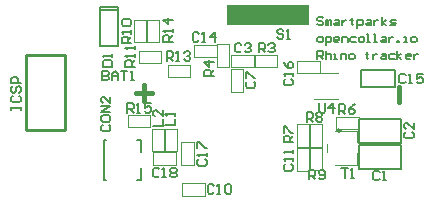
<source format=gto>
G04*
G04 #@! TF.GenerationSoftware,Altium Limited,Altium Designer,19.1.5 (86)*
G04*
G04 Layer_Color=65535*
%FSAX25Y25*%
%MOIN*%
G70*
G01*
G75*
%ADD10C,0.00984*%
%ADD11C,0.00394*%
%ADD12C,0.00787*%
%ADD13C,0.01000*%
%ADD14C,0.01575*%
%ADD15C,0.00591*%
%ADD16R,0.27559X0.07087*%
D10*
X0190760Y0141024D02*
G03*
X0190760Y0141024I-0000492J0000000D01*
G01*
D11*
X0128177Y0133721D02*
X0135854D01*
Y0129587D02*
Y0133721D01*
X0128177Y0129587D02*
X0135854D01*
X0128177D02*
Y0133721D01*
X0137626Y0129705D02*
Y0137382D01*
X0141760D01*
Y0129705D02*
Y0137382D01*
X0137626Y0129705D02*
X0141760D01*
X0132213Y0141614D02*
X0136150D01*
X0132213Y0134134D02*
Y0141614D01*
Y0134134D02*
X0136150D01*
Y0141614D01*
X0127882D02*
X0131819D01*
X0127882Y0134134D02*
Y0141614D01*
Y0134134D02*
X0131819D01*
Y0141614D01*
X0119850Y0142165D02*
Y0146102D01*
Y0142165D02*
X0127331D01*
Y0146102D01*
X0119850D02*
X0127331D01*
X0140677Y0159016D02*
Y0162953D01*
X0133197D02*
X0140677D01*
X0133197Y0159016D02*
Y0162953D01*
Y0159016D02*
X0140677D01*
X0131032Y0163543D02*
Y0167480D01*
X0123551D02*
X0131032D01*
X0123551Y0163543D02*
Y0167480D01*
Y0163543D02*
X0131032D01*
X0126268Y0170551D02*
X0130205D01*
Y0178032D01*
X0126268D02*
X0130205D01*
X0126268Y0170551D02*
Y0178032D01*
X0121976Y0170551D02*
X0125913D01*
Y0178032D01*
X0121976D02*
X0125913D01*
X0121976Y0170551D02*
Y0178032D01*
X0137862Y0123484D02*
X0145539D01*
Y0119350D02*
Y0123484D01*
X0137862Y0119350D02*
X0145539D01*
X0137862D02*
Y0123484D01*
X0180717Y0135236D02*
X0184653D01*
X0180717Y0127756D02*
Y0135236D01*
Y0127756D02*
X0184653D01*
Y0135236D01*
X0162252Y0162284D02*
X0169732D01*
X0162252D02*
Y0166220D01*
X0169732D01*
Y0162284D02*
Y0166220D01*
X0182016Y0160059D02*
X0189890D01*
X0182016Y0151575D02*
X0189890Y0151594D01*
X0183768Y0160098D02*
Y0164232D01*
X0176091D02*
X0183768D01*
X0176091Y0160098D02*
Y0164232D01*
Y0160098D02*
X0183768D01*
X0189299Y0145512D02*
X0196780D01*
Y0141575D02*
Y0145512D01*
X0189299Y0141575D02*
X0196780D01*
X0189299D02*
Y0145512D01*
X0188807Y0129528D02*
X0196095D01*
X0188807Y0141024D02*
X0196095D01*
X0186346Y0133996D02*
Y0136555D01*
X0196095Y0137087D02*
Y0141024D01*
Y0129528D02*
Y0133465D01*
X0176386Y0135630D02*
Y0143110D01*
X0180323D01*
Y0135630D02*
Y0143110D01*
X0176386Y0135630D02*
X0180323D01*
X0180717Y0135669D02*
Y0143150D01*
X0184653D01*
Y0135669D02*
Y0143150D01*
X0180717Y0135669D02*
X0184653D01*
X0176209Y0135177D02*
X0180342D01*
X0176209Y0127500D02*
Y0135177D01*
Y0127500D02*
X0180342D01*
Y0135177D01*
X0154161Y0161713D02*
X0158295D01*
X0154161Y0154035D02*
Y0161713D01*
Y0154035D02*
X0158295D01*
Y0161713D01*
X0141996Y0165532D02*
Y0169665D01*
Y0165532D02*
X0149673D01*
Y0169665D01*
X0141996D02*
X0149673D01*
X0149732Y0162362D02*
Y0169843D01*
X0153669D01*
Y0162362D02*
Y0169843D01*
X0149732Y0162362D02*
X0153669D01*
X0161839Y0162067D02*
Y0166201D01*
X0154161D02*
X0161839D01*
X0154161Y0162067D02*
Y0166201D01*
Y0162067D02*
X0161839D01*
D12*
X0111929Y0124567D02*
X0112716D01*
X0111929D02*
Y0137953D01*
X0112716D01*
X0124134Y0124567D02*
Y0128504D01*
X0122953Y0124567D02*
X0124134D01*
X0122953Y0137953D02*
X0124134Y0137953D01*
Y0134016D02*
Y0137953D01*
X0197447Y0155557D02*
Y0161057D01*
Y0155557D02*
X0208947D01*
Y0161057D01*
X0197447D02*
X0208947D01*
X0210866Y0136906D02*
Y0144905D01*
X0196866Y0136906D02*
X0210866D01*
X0196866D02*
Y0144905D01*
X0210866D01*
Y0128205D02*
Y0136205D01*
X0196866Y0128205D02*
X0210866D01*
X0196866D02*
Y0136205D01*
X0210866D01*
X0110512Y0182354D02*
X0116512D01*
X0110512Y0181354D02*
X0116512D01*
Y0169354D02*
Y0182354D01*
X0110512Y0169354D02*
X0116512D01*
X0110512D02*
Y0182354D01*
D13*
X0085890Y0166083D02*
X0098890D01*
Y0141083D02*
Y0166083D01*
X0085890Y0141083D02*
X0098890D01*
X0085890D02*
Y0166083D01*
D14*
X0210361Y0155669D02*
Y0150422D01*
X0125191Y0156063D02*
Y0150815D01*
X0127815Y0153439D02*
X0122567D01*
D15*
X0184895Y0178402D02*
X0184436Y0178861D01*
X0183517D01*
X0183058Y0178402D01*
Y0177943D01*
X0183517Y0177484D01*
X0184436D01*
X0184895Y0177024D01*
Y0176565D01*
X0184436Y0176106D01*
X0183517D01*
X0183058Y0176565D01*
X0185813Y0176106D02*
Y0177943D01*
X0186272D01*
X0186732Y0177484D01*
Y0176106D01*
Y0177484D01*
X0187191Y0177943D01*
X0187650Y0177484D01*
Y0176106D01*
X0189027Y0177943D02*
X0189946D01*
X0190405Y0177484D01*
Y0176106D01*
X0189027D01*
X0188568Y0176565D01*
X0189027Y0177024D01*
X0190405D01*
X0191323Y0177943D02*
Y0176106D01*
Y0177024D01*
X0191782Y0177484D01*
X0192242Y0177943D01*
X0192701D01*
X0194537Y0178402D02*
Y0177943D01*
X0194078D01*
X0194997D01*
X0194537D01*
Y0176565D01*
X0194997Y0176106D01*
X0196374Y0175188D02*
Y0177943D01*
X0197752D01*
X0198211Y0177484D01*
Y0176565D01*
X0197752Y0176106D01*
X0196374D01*
X0199588Y0177943D02*
X0200507D01*
X0200966Y0177484D01*
Y0176106D01*
X0199588D01*
X0199129Y0176565D01*
X0199588Y0177024D01*
X0200966D01*
X0201884Y0177943D02*
Y0176106D01*
Y0177024D01*
X0202343Y0177484D01*
X0202802Y0177943D01*
X0203262D01*
X0204639Y0176106D02*
Y0178861D01*
Y0177024D02*
X0206017Y0177943D01*
X0204639Y0177024D02*
X0206017Y0176106D01*
X0207394D02*
X0208772D01*
X0209231Y0176565D01*
X0208772Y0177024D01*
X0207853D01*
X0207394Y0177484D01*
X0207853Y0177943D01*
X0209231D01*
X0183517Y0170465D02*
X0184436D01*
X0184895Y0170924D01*
Y0171842D01*
X0184436Y0172301D01*
X0183517D01*
X0183058Y0171842D01*
Y0170924D01*
X0183517Y0170465D01*
X0185813Y0169546D02*
Y0172301D01*
X0187191D01*
X0187650Y0171842D01*
Y0170924D01*
X0187191Y0170465D01*
X0185813D01*
X0189946D02*
X0189027D01*
X0188568Y0170924D01*
Y0171842D01*
X0189027Y0172301D01*
X0189946D01*
X0190405Y0171842D01*
Y0171383D01*
X0188568D01*
X0191323Y0170465D02*
Y0172301D01*
X0192701D01*
X0193160Y0171842D01*
Y0170465D01*
X0195915Y0172301D02*
X0194537D01*
X0194078Y0171842D01*
Y0170924D01*
X0194537Y0170465D01*
X0195915D01*
X0197292D02*
X0198211D01*
X0198670Y0170924D01*
Y0171842D01*
X0198211Y0172301D01*
X0197292D01*
X0196833Y0171842D01*
Y0170924D01*
X0197292Y0170465D01*
X0199588D02*
X0200507D01*
X0200047D01*
Y0173220D01*
X0199588D01*
X0201884Y0170465D02*
X0202802D01*
X0202343D01*
Y0173220D01*
X0201884D01*
X0204639Y0172301D02*
X0205557D01*
X0206017Y0171842D01*
Y0170465D01*
X0204639D01*
X0204180Y0170924D01*
X0204639Y0171383D01*
X0206017D01*
X0206935Y0172301D02*
Y0170465D01*
Y0171383D01*
X0207394Y0171842D01*
X0207853Y0172301D01*
X0208313D01*
X0209690Y0170465D02*
Y0170924D01*
X0210149D01*
Y0170465D01*
X0209690D01*
X0211986D02*
X0212904D01*
X0212445D01*
Y0172301D01*
X0211986D01*
X0214741Y0170465D02*
X0215659D01*
X0216118Y0170924D01*
Y0171842D01*
X0215659Y0172301D01*
X0214741D01*
X0214282Y0171842D01*
Y0170924D01*
X0214741Y0170465D01*
X0183058Y0164823D02*
Y0167578D01*
X0184436D01*
X0184895Y0167119D01*
Y0166200D01*
X0184436Y0165741D01*
X0183058D01*
X0183976D02*
X0184895Y0164823D01*
X0185813Y0167578D02*
Y0164823D01*
Y0166200D01*
X0186272Y0166659D01*
X0187191D01*
X0187650Y0166200D01*
Y0164823D01*
X0188568D02*
X0189487D01*
X0189027D01*
Y0166659D01*
X0188568D01*
X0190864Y0164823D02*
Y0166659D01*
X0192242D01*
X0192701Y0166200D01*
Y0164823D01*
X0194078D02*
X0194997D01*
X0195456Y0165282D01*
Y0166200D01*
X0194997Y0166659D01*
X0194078D01*
X0193619Y0166200D01*
Y0165282D01*
X0194078Y0164823D01*
X0199588Y0167119D02*
Y0166659D01*
X0199129D01*
X0200047D01*
X0199588D01*
Y0165282D01*
X0200047Y0164823D01*
X0201425Y0166659D02*
Y0164823D01*
Y0165741D01*
X0201884Y0166200D01*
X0202343Y0166659D01*
X0202802D01*
X0204639D02*
X0205557D01*
X0206017Y0166200D01*
Y0164823D01*
X0204639D01*
X0204180Y0165282D01*
X0204639Y0165741D01*
X0206017D01*
X0208772Y0166659D02*
X0207394D01*
X0206935Y0166200D01*
Y0165282D01*
X0207394Y0164823D01*
X0208772D01*
X0209690D02*
Y0167578D01*
Y0165741D02*
X0211068Y0166659D01*
X0209690Y0165741D02*
X0211068Y0164823D01*
X0213823D02*
X0212904D01*
X0212445Y0165282D01*
Y0166200D01*
X0212904Y0166659D01*
X0213823D01*
X0214282Y0166200D01*
Y0165741D01*
X0212445D01*
X0215200Y0166659D02*
Y0164823D01*
Y0165741D01*
X0215659Y0166200D01*
X0216118Y0166659D01*
X0216578D01*
X0080993Y0147874D02*
Y0148924D01*
Y0148399D01*
X0084142D01*
Y0147874D01*
Y0148924D01*
X0081518Y0152597D02*
X0080993Y0152072D01*
Y0151023D01*
X0081518Y0150498D01*
X0083617D01*
X0084142Y0151023D01*
Y0152072D01*
X0083617Y0152597D01*
X0081518Y0155745D02*
X0080993Y0155221D01*
Y0154171D01*
X0081518Y0153646D01*
X0082043D01*
X0082567Y0154171D01*
Y0155221D01*
X0083092Y0155745D01*
X0083617D01*
X0084142Y0155221D01*
Y0154171D01*
X0083617Y0153646D01*
X0084142Y0156795D02*
X0080993D01*
Y0158369D01*
X0081518Y0158894D01*
X0082567D01*
X0083092Y0158369D01*
Y0156795D01*
X0171713Y0174317D02*
X0171188Y0174841D01*
X0170139D01*
X0169614Y0174317D01*
Y0173792D01*
X0170139Y0173267D01*
X0171188D01*
X0171713Y0172742D01*
Y0172218D01*
X0171188Y0171693D01*
X0170139D01*
X0169614Y0172218D01*
X0172763Y0171693D02*
X0173812D01*
X0173287D01*
Y0174841D01*
X0172763Y0174317D01*
X0122173Y0162362D02*
X0119025D01*
Y0163936D01*
X0119549Y0164461D01*
X0120599D01*
X0121124Y0163936D01*
Y0162362D01*
Y0163412D02*
X0122173Y0164461D01*
Y0165511D02*
Y0166560D01*
Y0166036D01*
X0119025D01*
X0119549Y0165511D01*
X0122173Y0168135D02*
Y0169184D01*
Y0168659D01*
X0119025D01*
X0119549Y0168135D01*
X0119693Y0147047D02*
Y0150196D01*
X0121267D01*
X0121792Y0149671D01*
Y0148621D01*
X0121267Y0148097D01*
X0119693D01*
X0120742D02*
X0121792Y0147047D01*
X0122842D02*
X0123891D01*
X0123366D01*
Y0150196D01*
X0122842Y0149671D01*
X0127564Y0150196D02*
X0125465D01*
Y0148621D01*
X0126515Y0149146D01*
X0127040D01*
X0127564Y0148621D01*
Y0147572D01*
X0127040Y0147047D01*
X0125990D01*
X0125465Y0147572D01*
X0134772Y0170630D02*
X0131623D01*
Y0172204D01*
X0132148Y0172729D01*
X0133197D01*
X0133722Y0172204D01*
Y0170630D01*
Y0171679D02*
X0134772Y0172729D01*
Y0173778D02*
Y0174828D01*
Y0174303D01*
X0131623D01*
X0132148Y0173778D01*
X0134772Y0177977D02*
X0131623D01*
X0133197Y0176402D01*
Y0178501D01*
X0132803Y0164331D02*
Y0167479D01*
X0134377D01*
X0134902Y0166955D01*
Y0165905D01*
X0134377Y0165380D01*
X0132803D01*
X0133853D02*
X0134902Y0164331D01*
X0135952D02*
X0137001D01*
X0136477D01*
Y0167479D01*
X0135952Y0166955D01*
X0138576D02*
X0139100Y0167479D01*
X0140150D01*
X0140675Y0166955D01*
Y0166430D01*
X0140150Y0165905D01*
X0139625D01*
X0140150D01*
X0140675Y0165380D01*
Y0164856D01*
X0140150Y0164331D01*
X0139100D01*
X0138576Y0164856D01*
X0120992Y0170236D02*
X0117843D01*
Y0171810D01*
X0118368Y0172335D01*
X0119418D01*
X0119943Y0171810D01*
Y0170236D01*
Y0171286D02*
X0120992Y0172335D01*
Y0173385D02*
Y0174434D01*
Y0173910D01*
X0117843D01*
X0118368Y0173385D01*
Y0176009D02*
X0117843Y0176533D01*
Y0177583D01*
X0118368Y0178108D01*
X0120467D01*
X0120992Y0177583D01*
Y0176533D01*
X0120467Y0176009D01*
X0118368D01*
X0128355Y0142638D02*
X0131504D01*
Y0144737D01*
Y0147885D02*
Y0145786D01*
X0129405Y0147885D01*
X0128880D01*
X0128355Y0147361D01*
Y0146311D01*
X0128880Y0145786D01*
X0132411Y0142835D02*
X0135559D01*
Y0144934D01*
Y0145983D02*
Y0147033D01*
Y0146508D01*
X0132411D01*
X0132935Y0145983D01*
X0111439Y0142926D02*
X0110914Y0142401D01*
Y0141351D01*
X0111439Y0140827D01*
X0113538D01*
X0114063Y0141351D01*
Y0142401D01*
X0113538Y0142926D01*
X0110914Y0145550D02*
Y0144500D01*
X0111439Y0143975D01*
X0113538D01*
X0114063Y0144500D01*
Y0145550D01*
X0113538Y0146074D01*
X0111439D01*
X0110914Y0145550D01*
X0114063Y0147124D02*
X0110914D01*
X0114063Y0149223D01*
X0110914D01*
X0114063Y0152372D02*
Y0150273D01*
X0111964Y0152372D01*
X0111439D01*
X0110914Y0151847D01*
Y0150797D01*
X0111439Y0150273D01*
X0130335Y0128057D02*
X0129811Y0128582D01*
X0128761D01*
X0128236Y0128057D01*
Y0125958D01*
X0128761Y0125433D01*
X0129811D01*
X0130335Y0125958D01*
X0131385Y0125433D02*
X0132434D01*
X0131910D01*
Y0128582D01*
X0131385Y0128057D01*
X0134009D02*
X0134533Y0128582D01*
X0135583D01*
X0136108Y0128057D01*
Y0127532D01*
X0135583Y0127007D01*
X0136108Y0126483D01*
Y0125958D01*
X0135583Y0125433D01*
X0134533D01*
X0134009Y0125958D01*
Y0126483D01*
X0134533Y0127007D01*
X0134009Y0127532D01*
Y0128057D01*
X0134533Y0127007D02*
X0135583D01*
X0143565Y0131390D02*
X0143040Y0130866D01*
Y0129816D01*
X0143565Y0129291D01*
X0145664D01*
X0146189Y0129816D01*
Y0130866D01*
X0145664Y0131390D01*
X0146189Y0132440D02*
Y0133490D01*
Y0132965D01*
X0143040D01*
X0143565Y0132440D01*
X0143040Y0135064D02*
Y0137163D01*
X0143565D01*
X0145664Y0135064D01*
X0146189D01*
X0180270Y0124724D02*
Y0127873D01*
X0181844D01*
X0182369Y0127348D01*
Y0126299D01*
X0181844Y0125774D01*
X0180270D01*
X0181319D02*
X0182369Y0124724D01*
X0183419Y0125249D02*
X0183943Y0124724D01*
X0184993D01*
X0185518Y0125249D01*
Y0127348D01*
X0184993Y0127873D01*
X0183943D01*
X0183419Y0127348D01*
Y0126823D01*
X0183943Y0126299D01*
X0185518D01*
X0157737Y0169710D02*
X0157212Y0170235D01*
X0156163D01*
X0155638Y0169710D01*
Y0167611D01*
X0156163Y0167087D01*
X0157212D01*
X0157737Y0167611D01*
X0158786Y0169710D02*
X0159311Y0170235D01*
X0160361D01*
X0160885Y0169710D01*
Y0169186D01*
X0160361Y0168661D01*
X0159836D01*
X0160361D01*
X0160885Y0168136D01*
Y0167611D01*
X0160361Y0167087D01*
X0159311D01*
X0158786Y0167611D01*
X0111346Y0160944D02*
Y0157795D01*
X0112921D01*
X0113445Y0158320D01*
Y0158845D01*
X0112921Y0159370D01*
X0111346D01*
X0112921D01*
X0113445Y0159894D01*
Y0160419D01*
X0112921Y0160944D01*
X0111346D01*
X0114495Y0157795D02*
Y0159894D01*
X0115545Y0160944D01*
X0116594Y0159894D01*
Y0157795D01*
Y0159370D01*
X0114495D01*
X0117644Y0160944D02*
X0119743D01*
X0118693D01*
Y0157795D01*
X0120792D02*
X0121842D01*
X0121317D01*
Y0160944D01*
X0120792Y0160419D01*
X0183591Y0150156D02*
Y0147533D01*
X0184115Y0147008D01*
X0185165D01*
X0185690Y0147533D01*
Y0150156D01*
X0188313Y0147008D02*
Y0150156D01*
X0186739Y0148582D01*
X0188838D01*
X0191071Y0128503D02*
X0193170D01*
X0192120D01*
Y0125354D01*
X0194220D02*
X0195269D01*
X0194744D01*
Y0128503D01*
X0194220Y0127978D01*
X0179417Y0143976D02*
Y0147125D01*
X0180992D01*
X0181516Y0146600D01*
Y0145551D01*
X0180992Y0145026D01*
X0179417D01*
X0180467D02*
X0181516Y0143976D01*
X0182566Y0146600D02*
X0183091Y0147125D01*
X0184140D01*
X0184665Y0146600D01*
Y0146075D01*
X0184140Y0145551D01*
X0184665Y0145026D01*
Y0144501D01*
X0184140Y0143976D01*
X0183091D01*
X0182566Y0144501D01*
Y0145026D01*
X0183091Y0145551D01*
X0182566Y0146075D01*
Y0146600D01*
X0183091Y0145551D02*
X0184140D01*
X0174929Y0137165D02*
X0171781D01*
Y0138740D01*
X0172305Y0139264D01*
X0173355D01*
X0173880Y0138740D01*
Y0137165D01*
Y0138215D02*
X0174929Y0139264D01*
X0171781Y0140314D02*
Y0142413D01*
X0172305D01*
X0174404Y0140314D01*
X0174929D01*
X0190284Y0146614D02*
Y0149763D01*
X0191858D01*
X0192383Y0149238D01*
Y0148188D01*
X0191858Y0147664D01*
X0190284D01*
X0191333D02*
X0192383Y0146614D01*
X0195531Y0149763D02*
X0194482Y0149238D01*
X0193432Y0148188D01*
Y0147139D01*
X0193957Y0146614D01*
X0195006D01*
X0195531Y0147139D01*
Y0147664D01*
X0195006Y0148188D01*
X0193432D01*
X0148551Y0159213D02*
X0145403D01*
Y0160787D01*
X0145927Y0161312D01*
X0146977D01*
X0147502Y0160787D01*
Y0159213D01*
Y0160262D02*
X0148551Y0161312D01*
Y0163935D02*
X0145403D01*
X0146977Y0162361D01*
Y0164460D01*
X0163512Y0167087D02*
Y0170235D01*
X0165086D01*
X0165611Y0169710D01*
Y0168661D01*
X0165086Y0168136D01*
X0163512D01*
X0164561D02*
X0165611Y0167087D01*
X0166660Y0169710D02*
X0167185Y0170235D01*
X0168235D01*
X0168760Y0169710D01*
Y0169186D01*
X0168235Y0168661D01*
X0167710D01*
X0168235D01*
X0168760Y0168136D01*
Y0167611D01*
X0168235Y0167087D01*
X0167185D01*
X0166660Y0167611D01*
X0111544Y0162362D02*
X0114693D01*
Y0163936D01*
X0114168Y0164461D01*
X0112069D01*
X0111544Y0163936D01*
Y0162362D01*
X0114693Y0165511D02*
Y0166560D01*
Y0166036D01*
X0111544D01*
X0112069Y0165511D01*
X0172305Y0158162D02*
X0171781Y0157637D01*
Y0156588D01*
X0172305Y0156063D01*
X0174404D01*
X0174929Y0156588D01*
Y0157637D01*
X0174404Y0158162D01*
X0174929Y0159212D02*
Y0160261D01*
Y0159736D01*
X0171781D01*
X0172305Y0159212D01*
X0171781Y0163935D02*
X0172305Y0162885D01*
X0173355Y0161835D01*
X0174404D01*
X0174929Y0162360D01*
Y0163410D01*
X0174404Y0163935D01*
X0173880D01*
X0173355Y0163410D01*
Y0161835D01*
X0212422Y0159396D02*
X0211897Y0159920D01*
X0210848D01*
X0210323Y0159396D01*
Y0157296D01*
X0210848Y0156772D01*
X0211897D01*
X0212422Y0157296D01*
X0213471Y0156772D02*
X0214521D01*
X0213996D01*
Y0159920D01*
X0213471Y0159396D01*
X0218194Y0159920D02*
X0216095D01*
Y0158346D01*
X0217145Y0158871D01*
X0217670D01*
X0218194Y0158346D01*
Y0157296D01*
X0217670Y0156772D01*
X0216620D01*
X0216095Y0157296D01*
X0143564Y0173254D02*
X0143039Y0173778D01*
X0141989D01*
X0141465Y0173254D01*
Y0171155D01*
X0141989Y0170630D01*
X0143039D01*
X0143564Y0171155D01*
X0144613Y0170630D02*
X0145663D01*
X0145138D01*
Y0173778D01*
X0144613Y0173254D01*
X0148811Y0170630D02*
Y0173778D01*
X0147237Y0172204D01*
X0149336D01*
X0172305Y0129816D02*
X0171781Y0129291D01*
Y0128241D01*
X0172305Y0127717D01*
X0174404D01*
X0174929Y0128241D01*
Y0129291D01*
X0174404Y0129816D01*
X0174929Y0130865D02*
Y0131915D01*
Y0131390D01*
X0171781D01*
X0172305Y0130865D01*
X0174929Y0133489D02*
Y0134538D01*
Y0134014D01*
X0171781D01*
X0172305Y0133489D01*
X0148603Y0122584D02*
X0148078Y0123109D01*
X0147029D01*
X0146504Y0122584D01*
Y0120485D01*
X0147029Y0119961D01*
X0148078D01*
X0148603Y0120485D01*
X0149653Y0119961D02*
X0150702D01*
X0150177D01*
Y0123109D01*
X0149653Y0122584D01*
X0152276D02*
X0152801Y0123109D01*
X0153851D01*
X0154375Y0122584D01*
Y0120485D01*
X0153851Y0119961D01*
X0152801D01*
X0152276Y0120485D01*
Y0122584D01*
X0159707Y0157375D02*
X0159182Y0156850D01*
Y0155800D01*
X0159707Y0155276D01*
X0161806D01*
X0162331Y0155800D01*
Y0156850D01*
X0161806Y0157375D01*
X0159182Y0158424D02*
Y0160523D01*
X0159707D01*
X0161806Y0158424D01*
X0162331D01*
X0212502Y0140485D02*
X0211977Y0139960D01*
Y0138911D01*
X0212502Y0138386D01*
X0214601D01*
X0215126Y0138911D01*
Y0139960D01*
X0214601Y0140485D01*
X0215126Y0143633D02*
Y0141534D01*
X0213027Y0143633D01*
X0212502D01*
X0211977Y0143109D01*
Y0142059D01*
X0212502Y0141534D01*
X0203800Y0127151D02*
X0203275Y0127676D01*
X0202226D01*
X0201701Y0127151D01*
Y0125052D01*
X0202226Y0124528D01*
X0203275D01*
X0203800Y0125052D01*
X0204849Y0124528D02*
X0205899D01*
X0205374D01*
Y0127676D01*
X0204849Y0127151D01*
D16*
X0166701Y0179527D02*
D03*
M02*

</source>
